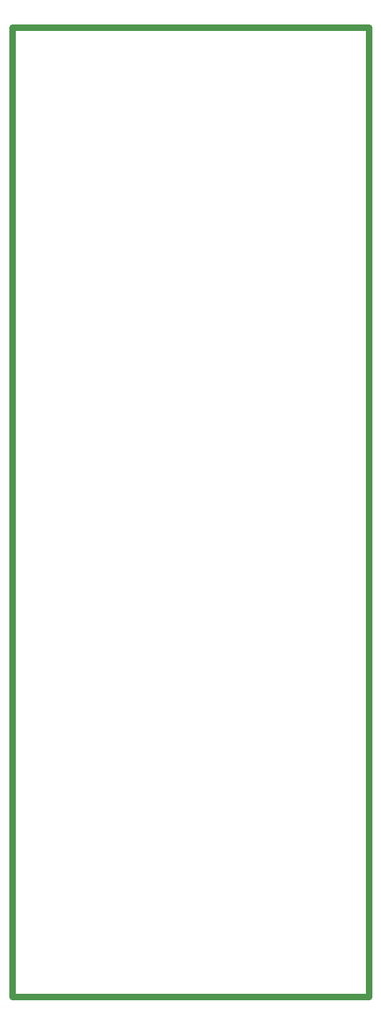
<source format=gko>
G04*
G04 #@! TF.GenerationSoftware,Altium Limited,Altium Designer,18.1.11 (251)*
G04*
G04 Layer_Color=16711935*
%FSLAX25Y25*%
%MOIN*%
G70*
G01*
G75*
%ADD58C,0.03000*%
D58*
X0Y0D02*
Y448819D01*
X165354D01*
X165354Y0D01*
X0D02*
X165354D01*
M02*

</source>
